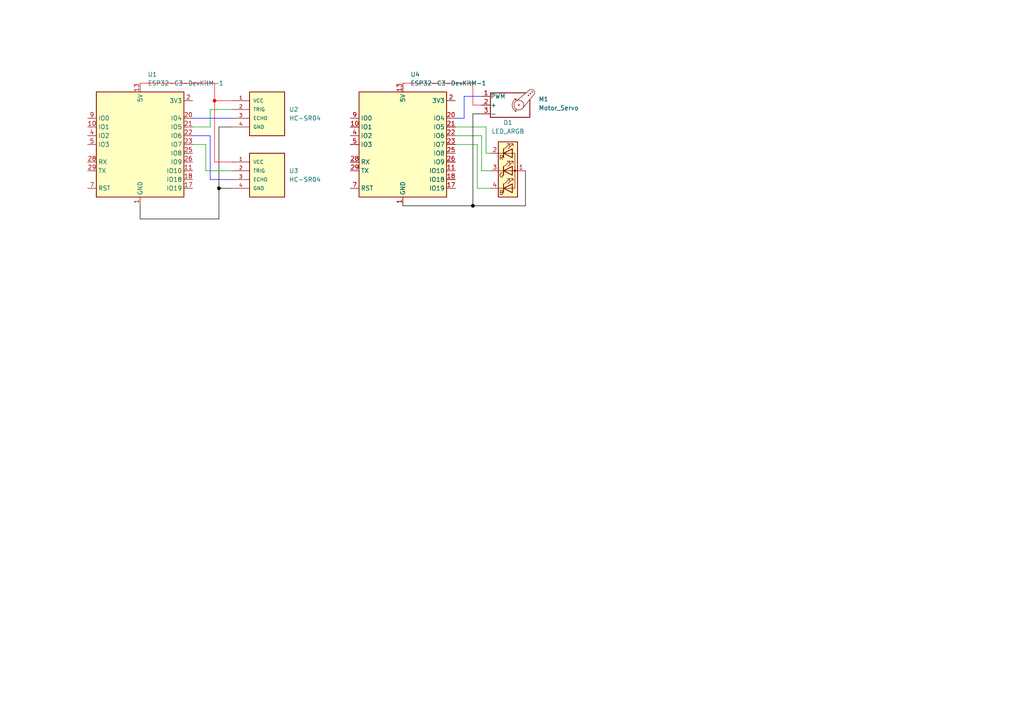
<source format=kicad_sch>
(kicad_sch (version 20231120) (generator "eeschema") (generator_version "8.0")
  (paper "A4")
  (lib_symbols
    (symbol "Device:LED_ARGB" (pin_names (offset 0) hide)
      (property "Reference" "D" (at 0 9.398 0))
      (property "Value" "LED_ARGB" (at 0 -8.89 0))
      (symbol "LED_ARGB_0_0"
        (text "B" (at -1.905 -6.35 0) (effects (font (size 1.27 1.27))))
        (text "G" (at -1.905 -1.27 0) (effects (font (size 1.27 1.27))))
        (text "R" (at -1.905 3.81 0) (effects (font (size 1.27 1.27))))
      )
      (symbol "LED_ARGB_0_1"
        (polyline (pts (xy -1.27 -5.08) (xy -2.54 -5.08)))
        (polyline (pts (xy -1.27 -5.08) (xy 1.27 -5.08)))
        (polyline (pts (xy -1.27 -3.81) (xy -1.27 -6.35)) (stroke (width 0.254)))
        (polyline (pts (xy -1.27 0) (xy -2.54 0)))
        (polyline (pts (xy -1.27 1.27) (xy -1.27 -1.27)) (stroke (width 0.254)))
        (polyline (pts (xy -1.27 5.08) (xy -2.54 5.08)))
        (polyline (pts (xy -1.27 5.08) (xy 1.27 5.08)))
        (polyline (pts (xy -1.27 6.35) (xy -1.27 3.81)) (stroke (width 0.254)))
        (polyline (pts (xy 1.27 0) (xy -1.27 0)))
        (polyline (pts (xy 1.27 0) (xy 2.54 0)))
        (polyline (pts (xy -1.27 1.27) (xy -1.27 -1.27) (xy -1.27 -1.27)))
        (polyline (pts (xy -1.27 6.35) (xy -1.27 3.81) (xy -1.27 3.81)))
        (polyline (pts (xy 1.27 -5.08) (xy 2.032 -5.08) (xy 2.032 5.08) (xy 1.27 5.08)))
        (polyline (pts (xy 1.27 -3.81) (xy 1.27 -6.35) (xy -1.27 -5.08) (xy 1.27 -3.81)) (stroke (width 0.254)))
        (polyline (pts (xy 1.27 1.27) (xy 1.27 -1.27) (xy -1.27 0) (xy 1.27 1.27)) (stroke (width 0.254)))
        (polyline (pts (xy 1.27 6.35) (xy 1.27 3.81) (xy -1.27 5.08) (xy 1.27 6.35)) (stroke (width 0.254)))
        (polyline (pts (xy -1.016 -3.81) (xy 0.508 -2.286) (xy -0.254 -2.286) (xy 0.508 -2.286) (xy 0.508 -3.048)))
        (polyline (pts (xy -1.016 1.27) (xy 0.508 2.794) (xy -0.254 2.794) (xy 0.508 2.794) (xy 0.508 2.032)))
        (polyline (pts (xy -1.016 6.35) (xy 0.508 7.874) (xy -0.254 7.874) (xy 0.508 7.874) (xy 0.508 7.112)))
        (polyline (pts (xy 0 -3.81) (xy 1.524 -2.286) (xy 0.762 -2.286) (xy 1.524 -2.286) (xy 1.524 -3.048)))
        (polyline (pts (xy 0 1.27) (xy 1.524 2.794) (xy 0.762 2.794) (xy 1.524 2.794) (xy 1.524 2.032)))
        (polyline (pts (xy 0 6.35) (xy 1.524 7.874) (xy 0.762 7.874) (xy 1.524 7.874) (xy 1.524 7.112)))
        (rectangle (start 1.27 -1.27) (end 1.27 1.27))
        (rectangle (start 1.27 1.27) (end 1.27 1.27))
        (rectangle (start 1.27 3.81) (end 1.27 6.35))
        (rectangle (start 1.27 6.35) (end 1.27 6.35))
        (circle (center 2.032 0) (radius 0.254) (fill (type outline)))
        (rectangle (start 2.794 8.382) (end -2.794 -7.62) (stroke (width 0.254)) (fill (type background)))
      )
      (symbol "LED_ARGB_1_1"
        (pin passive line (at 5.08 0 180) (length 2.54) (name "A") (number "1"))
        (pin passive line (at -5.08 5.08 0) (length 2.54) (name "RK") (number "2"))
        (pin passive line (at -5.08 0 0) (length 2.54) (name "GK") (number "3"))
        (pin passive line (at -5.08 -5.08 0) (length 2.54) (name "BK") (number "4"))
      )
    )
    (symbol "HC-SR04:HC-SR04" (pin_names (offset 1.016))
      (property "Reference" "U" (at 0 5.0813 0))
      (property "Value" "HC-SR04" (at 0 -10.163 0))
      (symbol "HC-SR04_0_0"
        (rectangle (start 0 -7.62) (end 10.16 5.08) (stroke (width 0.254)) (fill (type background)))
        (pin power_in line (at -5.08 2.54 0) (length 5.08) (name "VCC") (number "1"))
        (pin bidirectional line (at -5.08 0 0) (length 5.08) (name "TRIG") (number "2"))
        (pin bidirectional line (at -5.08 -2.54 0) (length 5.08) (name "ECHO") (number "3"))
        (pin power_in line (at -5.08 -5.08 0) (length 5.08) (name "GND") (number "4"))
      )
    )
    (symbol "Motor:Motor_Servo" (pin_names (offset 0.0254))
      (property "Reference" "M" (at -5.08 4.445 0))
      (property "Value" "Motor_Servo" (at -5.08 -4.064 0))
      (symbol "Motor_Servo_0_1"
        (polyline (pts (xy 2.413 -1.778) (xy 2.032 -1.778)))
        (polyline (pts (xy 2.413 -1.778) (xy 2.286 -1.397)))
        (polyline (pts (xy 2.413 1.778) (xy 1.905 1.778)))
        (polyline (pts (xy 2.413 1.778) (xy 2.286 1.397)))
        (polyline (pts (xy 6.35 4.445) (xy 2.54 1.27)))
        (polyline (pts (xy 7.62 3.175) (xy 4.191 -1.016)))
        (polyline (pts (xy 5.08 3.556) (xy -5.08 3.556) (xy -5.08 -3.556) (xy 6.35 -3.556) (xy 6.35 1.524)) (stroke (width 0.254)))
        (arc (start 2.413 1.778) (mid 1.2406 0) (end 2.413 -1.778))
        (circle (center 3.175 0) (radius 0.1778))
        (circle (center 3.175 0) (radius 1.4224))
        (circle (center 5.969 2.794) (radius 0.127))
        (circle (center 6.477 3.302) (radius 0.127))
        (circle (center 6.985 3.81) (radius 0.127))
        (arc (start 7.62 3.175) (mid 7.4485 4.2735) (end 6.35 4.445))
      )
      (symbol "Motor_Servo_1_1"
        (pin passive line (at -7.62 2.54 0) (length 2.54) (name "PWM") (number "1"))
        (pin passive line (at -7.62 0 0) (length 2.54) (name "+") (number "2"))
        (pin passive line (at -7.62 -2.54 0) (length 2.54) (name "-") (number "3"))
      )
    )
    (symbol "RF_Module:ESP32-C3-DevKitM-1"
      (property "Reference" "U" (at 7.62 16.51 0))
      (property "Value" "ESP32-C3-DevKitM-1" (at 11.684 -16.764 0))
      (symbol "ESP32-C3-DevKitM-1_1_1"
        (rectangle (start -12.7 15.24) (end 12.7 -15.24) (stroke (width 0.254)) (fill (type background)))
        (pin power_in line (at 0 -17.78 90) (length 2.54) (name "GND") (number "1"))
        (pin bidirectional line (at -15.24 5.08 0) (length 2.54) (name "IO1") (number "10"))
        (pin bidirectional line (at 15.24 -7.62 180) (length 2.54) (name "IO10") (number "11"))
        (pin passive line (at 0 -17.78 90) (length 2.54) hide (name "GND") (number "12"))
        (pin passive line (at 0 17.78 270) (length 2.54) (name "5V") (number "13"))
        (pin passive line (at 0 17.78 270) (length 2.54) hide (name "5V") (number "14"))
        (pin passive line (at 0 -17.78 90) (length 2.54) hide (name "GND") (number "15"))
        (pin passive line (at 0 -17.78 90) (length 2.54) hide (name "GND") (number "16"))
        (pin bidirectional line (at 15.24 -12.7 180) (length 2.54) (name "IO19") (number "17"))
        (pin bidirectional line (at 15.24 -10.16 180) (length 2.54) (name "IO18") (number "18"))
        (pin passive line (at 0 -17.78 90) (length 2.54) hide (name "GND") (number "19"))
        (pin power_out line (at 15.24 12.7 180) (length 2.54) (name "3V3") (number "2"))
        (pin bidirectional line (at 15.24 7.62 180) (length 2.54) (name "IO4") (number "20"))
        (pin bidirectional line (at 15.24 5.08 180) (length 2.54) (name "IO5") (number "21"))
        (pin bidirectional line (at 15.24 2.54 180) (length 2.54) (name "IO6") (number "22"))
        (pin bidirectional line (at 15.24 0 180) (length 2.54) (name "IO7") (number "23"))
        (pin passive line (at 0 -17.78 90) (length 2.54) hide (name "GND") (number "24"))
        (pin bidirectional line (at 15.24 -2.54 180) (length 2.54) (name "IO8") (number "25"))
        (pin bidirectional line (at 15.24 -5.08 180) (length 2.54) (name "IO9") (number "26"))
        (pin passive line (at 0 -17.78 90) (length 2.54) hide (name "GND") (number "27"))
        (pin input line (at -15.24 -5.08 0) (length 2.54) (name "RX") (number "28"))
        (pin output line (at -15.24 -7.62 0) (length 2.54) (name "TX") (number "29"))
        (pin passive line (at 15.24 12.7 180) (length 2.54) hide (name "3V3") (number "3"))
        (pin passive line (at 0 -17.78 90) (length 2.54) hide (name "GND") (number "30"))
        (pin bidirectional line (at -15.24 2.54 0) (length 2.54) (name "IO2") (number "4"))
        (pin bidirectional line (at -15.24 0 0) (length 2.54) (name "IO3") (number "5"))
        (pin passive line (at 0 -17.78 90) (length 2.54) hide (name "GND") (number "6"))
        (pin input line (at -15.24 -12.7 0) (length 2.54) (name "RST") (number "7"))
        (pin passive line (at 0 -17.78 90) (length 2.54) hide (name "GND") (number "8"))
        (pin bidirectional line (at -15.24 7.62 0) (length 2.54) (name "IO0") (number "9"))
      )
    )
  )
  (junction (at 137.16 59.69) (color 0 0 0 1))
  (junction (at 62.23 29.21) (color 255 0 0 1))
  (junction (at 63.5 54.61) (color 0 0 0 1))
  (wire (pts (xy 67.31 52.07) (xy 60.96 52.07)) (stroke (width 0) (color 0 0 255 1)))
  (wire (pts (xy 142.24 49.53) (xy 139.7 49.53)))
  (wire (pts (xy 139.7 30.48) (xy 137.16 30.48)) (stroke (width 0) (color 255 0 0 1)))
  (wire (pts (xy 152.4 49.53) (xy 152.4 59.69)) (stroke (width 0) (color 0 0 0 1)))
  (wire (pts (xy 40.64 63.5) (xy 63.5 63.5)) (stroke (width 0) (color 0 0 0 1)))
  (wire (pts (xy 62.23 46.99) (xy 67.31 46.99)) (stroke (width 0) (color 255 0 0 1)))
  (wire (pts (xy 59.69 49.53) (xy 59.69 41.91)))
  (wire (pts (xy 116.84 24.13) (xy 137.16 24.13)) (stroke (width 0) (color 255 0 0 1)))
  (wire (pts (xy 62.23 24.13) (xy 62.23 29.21)) (stroke (width 0) (color 255 0 0 1)))
  (wire (pts (xy 142.24 54.61) (xy 138.43 54.61)))
  (wire (pts (xy 60.96 52.07) (xy 60.96 39.37)) (stroke (width 0) (color 0 0 255 1)))
  (wire (pts (xy 63.5 36.83) (xy 67.31 36.83)) (stroke (width 0) (color 0 0 0 1)))
  (wire (pts (xy 139.7 49.53) (xy 139.7 39.37)))
  (wire (pts (xy 137.16 33.02) (xy 137.16 59.69)) (stroke (width 0) (color 0 0 0 1)))
  (wire (pts (xy 137.16 59.69) (xy 152.4 59.69)) (stroke (width 0) (color 0 0 0 1)))
  (wire (pts (xy 62.23 29.21) (xy 62.23 46.99)) (stroke (width 0) (color 255 0 0 1)))
  (wire (pts (xy 55.88 41.91) (xy 59.69 41.91)))
  (wire (pts (xy 139.7 33.02) (xy 137.16 33.02)) (stroke (width 0) (color 0 0 0 1)))
  (wire (pts (xy 140.97 44.45) (xy 140.97 36.83)))
  (wire (pts (xy 132.08 34.29) (xy 134.62 34.29)) (stroke (width 0) (color 0 0 255 1)))
  (wire (pts (xy 67.31 49.53) (xy 59.69 49.53)))
  (wire (pts (xy 138.43 54.61) (xy 138.43 41.91)))
  (wire (pts (xy 60.96 31.75) (xy 60.96 36.83)))
  (wire (pts (xy 138.43 41.91) (xy 132.08 41.91)))
  (wire (pts (xy 137.16 59.69) (xy 116.84 59.69)) (stroke (width 0) (color 0 0 0 1)))
  (wire (pts (xy 140.97 36.83) (xy 132.08 36.83)))
  (wire (pts (xy 139.7 27.94) (xy 134.62 27.94)) (stroke (width 0) (color 0 0 255 1)))
  (wire (pts (xy 67.31 31.75) (xy 60.96 31.75)))
  (wire (pts (xy 134.62 27.94) (xy 134.62 34.29)) (stroke (width 0) (color 0 0 255 1)))
  (wire (pts (xy 55.88 34.29) (xy 67.31 34.29)) (stroke (width 0) (color 0 0 255 1)))
  (wire (pts (xy 55.88 39.37) (xy 60.96 39.37)) (stroke (width 0) (color 0 0 255 1)))
  (wire (pts (xy 142.24 44.45) (xy 140.97 44.45)))
  (wire (pts (xy 40.64 24.13) (xy 62.23 24.13)) (stroke (width 0) (color 255 0 0 1)))
  (wire (pts (xy 139.7 39.37) (xy 132.08 39.37)))
  (wire (pts (xy 40.64 59.69) (xy 40.64 63.5)) (stroke (width 0) (color 0 0 0 1)))
  (wire (pts (xy 63.5 63.5) (xy 63.5 54.61)) (stroke (width 0) (color 0 0 0 1)))
  (wire (pts (xy 63.5 54.61) (xy 63.5 36.83)) (stroke (width 0) (color 0 0 0 1)))
  (wire (pts (xy 137.16 30.48) (xy 137.16 24.13)) (stroke (width 0) (color 255 0 0 1)))
  (wire (pts (xy 63.5 54.61) (xy 67.31 54.61)) (stroke (width 0) (color 0 0 0 1)))
  (wire (pts (xy 67.31 29.21) (xy 62.23 29.21)) (stroke (width 0) (color 255 0 0 1)))
  (wire (pts (xy 55.88 36.83) (xy 60.96 36.83)))
  (symbol (lib_id "Motor:Motor_Servo") (at 147.32 30.48 0) (unit 1)
    (property "Reference" "M1" (at 156.21 28.7765 0) (effects (justify left)))
    (property "Value" "Motor_Servo" (at 156.21 31.3165 0) (effects (justify left)))
    (property "Datasheet" "http://forums.parallax.com/uploads/attachments/46831/74481.png" (effects (hide yes)))
    (property "Description" "Servo Motor (Futaba, HiTec, JR connector)" (effects (hide yes)))
  )
  (symbol (lib_id "HC-SR04:HC-SR04") (at 72.39 49.53 0) (unit 1)
    (property "Reference" "U3" (at 83.82 49.5299 0) (effects (justify left)))
    (property "Value" "HC-SR04" (at 83.82 52.0699 0) (effects (justify left)))
    (property "Footprint" "HC-SR04:XCVR_HC-SR04" (effects (hide yes)))
    (property "MF" "SparkFun Electronics" (effects (hide yes)))
    (property "Description_1" "\n                        \n                            HC-SR04 Ultrasonic Sensor Qwiic Platform Evaluation Expansion Board\n                        \n" (effects (hide yes)))
    (property "Package" "None" (effects (hide yes)))
    (property "Price" "None" (effects (hide yes)))
    (property "Check_prices" "https://www.snapeda.com/parts/HC-SR04/SparkFun/view-part/?ref=eda" (effects (hide yes)))
    (property "SnapEDA_Link" "https://www.snapeda.com/parts/HC-SR04/SparkFun/view-part/?ref=snap" (effects (hide yes)))
    (property "MP" "HC-SR04" (effects (hide yes)))
    (property "Availability" "Not in stock" (effects (hide yes)))
    (property "MANUFACTURER" "Osepp" (effects (hide yes)))
  )
  (symbol (lib_id "Device:LED_ARGB") (at 147.32 49.53 0) (unit 1)
    (property "Reference" "D1" (at 147.32 35.56 0))
    (property "Value" "LED_ARGB" (at 147.32 38.1 0))
    (property "Description" "RGB LED, anode/red/green/blue" (effects (hide yes)))
  )
  (symbol (lib_id "HC-SR04:HC-SR04") (at 72.39 31.75 0) (unit 1)
    (property "Reference" "U2" (at 83.82 31.7499 0) (effects (justify left)))
    (property "Value" "HC-SR04" (at 83.82 34.2899 0) (effects (justify left)))
    (property "Footprint" "HC-SR04:XCVR_HC-SR04" (effects (hide yes)))
    (property "MF" "SparkFun Electronics" (effects (hide yes)))
    (property "Description_1" "\n                        \n                            HC-SR04 Ultrasonic Sensor Qwiic Platform Evaluation Expansion Board\n                        \n" (effects (hide yes)))
    (property "Package" "None" (effects (hide yes)))
    (property "Price" "None" (effects (hide yes)))
    (property "Check_prices" "https://www.snapeda.com/parts/HC-SR04/SparkFun/view-part/?ref=eda" (effects (hide yes)))
    (property "SnapEDA_Link" "https://www.snapeda.com/parts/HC-SR04/SparkFun/view-part/?ref=snap" (effects (hide yes)))
    (property "MP" "HC-SR04" (effects (hide yes)))
    (property "Availability" "Not in stock" (effects (hide yes)))
    (property "MANUFACTURER" "Osepp" (effects (hide yes)))
  )
  (symbol (lib_id "RF_Module:ESP32-C3-DevKitM-1") (at 116.84 41.91 0) (unit 1)
    (property "Reference" "U4" (at 119.0341 21.59 0) (effects (justify left)))
    (property "Value" "ESP32-C3-DevKitM-1" (at 119.0341 24.13 0) (effects (justify left)))
    (property "Footprint" "RF_Module:ESP32-C3-DevKitM-1" (effects (hide yes)))
    (property "Datasheet" "https://docs.espressif.com/projects/esp-idf/en/latest/esp32c3/hw-reference/esp32c3/user-guide-devkitm-1.html" (effects (hide yes)))
    (property "Description" "Development board featuring ESP32-C3-MINI-1 module" (effects (hide yes)))
  )
  (symbol (lib_id "RF_Module:ESP32-C3-DevKitM-1") (at 40.64 41.91 0) (unit 1)
    (property "Reference" "U1" (at 42.8341 21.59 0) (effects (justify left)))
    (property "Value" "ESP32-C3-DevKitM-1" (at 42.8341 24.13 0) (effects (justify left)))
    (property "Footprint" "RF_Module:ESP32-C3-DevKitM-1" (effects (hide yes)))
    (property "Datasheet" "https://docs.espressif.com/projects/esp-idf/en/latest/esp32c3/hw-reference/esp32c3/user-guide-devkitm-1.html" (effects (hide yes)))
    (property "Description" "Development board featuring ESP32-C3-MINI-1 module" (effects (hide yes)))
  )
)
</source>
